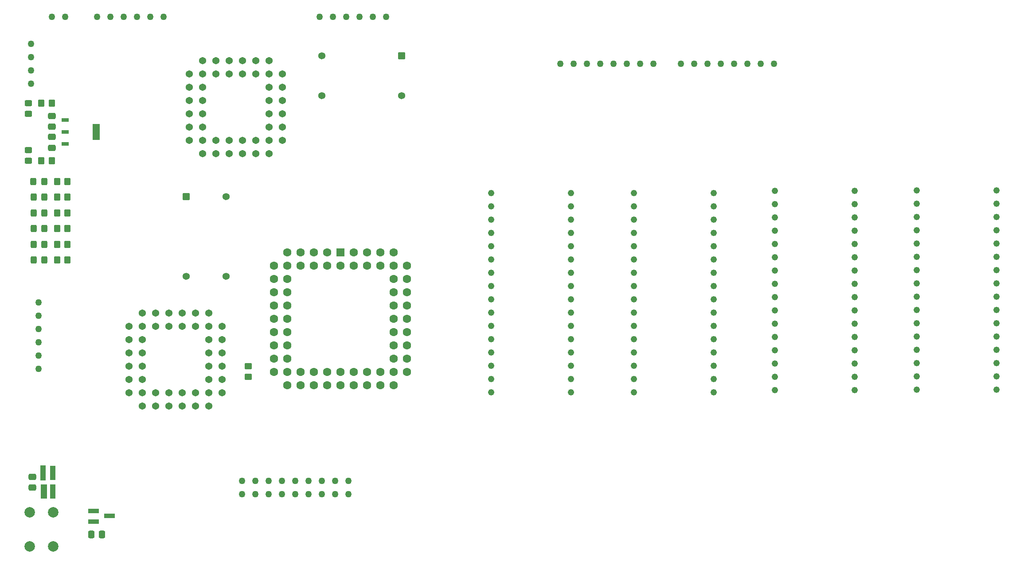
<source format=gbr>
%TF.GenerationSoftware,KiCad,Pcbnew,(6.0.0)*%
%TF.CreationDate,2024-02-18T00:07:20-06:00*%
%TF.ProjectId,MCD,4d43442e-6b69-4636-9164-5f7063625858,rev?*%
%TF.SameCoordinates,Original*%
%TF.FileFunction,Soldermask,Top*%
%TF.FilePolarity,Negative*%
%FSLAX46Y46*%
G04 Gerber Fmt 4.6, Leading zero omitted, Abs format (unit mm)*
G04 Created by KiCad (PCBNEW (6.0.0)) date 2024-02-18 00:07:20*
%MOMM*%
%LPD*%
G01*
G04 APERTURE LIST*
G04 Aperture macros list*
%AMRoundRect*
0 Rectangle with rounded corners*
0 $1 Rounding radius*
0 $2 $3 $4 $5 $6 $7 $8 $9 X,Y pos of 4 corners*
0 Add a 4 corners polygon primitive as box body*
4,1,4,$2,$3,$4,$5,$6,$7,$8,$9,$2,$3,0*
0 Add four circle primitives for the rounded corners*
1,1,$1+$1,$2,$3*
1,1,$1+$1,$4,$5*
1,1,$1+$1,$6,$7*
1,1,$1+$1,$8,$9*
0 Add four rect primitives between the rounded corners*
20,1,$1+$1,$2,$3,$4,$5,0*
20,1,$1+$1,$4,$5,$6,$7,0*
20,1,$1+$1,$6,$7,$8,$9,0*
20,1,$1+$1,$8,$9,$2,$3,0*%
%AMOutline4P*
0 Free polygon, 4 corners , with rotation*
0 The origin of the aperture is its center*
0 number of corners: always 4*
0 $1 to $8 corner X, Y*
0 $9 Rotation angle, in degrees counterclockwise*
0 create outline with 4 corners*
4,1,4,$1,$2,$3,$4,$5,$6,$7,$8,$1,$2,$9*%
G04 Aperture macros list end*
%ADD10C,1.270000*%
%ADD11R,2.032000X0.878794*%
%ADD12R,2.032000X0.878796*%
%ADD13R,2.032000X0.965200*%
%ADD14RoundRect,0.250000X-0.325000X-0.450000X0.325000X-0.450000X0.325000X0.450000X-0.325000X0.450000X0*%
%ADD15C,1.244600*%
%ADD16RoundRect,0.250000X0.350000X0.450000X-0.350000X0.450000X-0.350000X-0.450000X0.350000X-0.450000X0*%
%ADD17RoundRect,0.250000X0.450000X-0.325000X0.450000X0.325000X-0.450000X0.325000X-0.450000X-0.325000X0*%
%ADD18R,1.200000X2.800000*%
%ADD19R,1.000000X2.800000*%
%ADD20Outline4P,-0.500000X-1.400000X0.500000X-1.400000X0.500000X1.400000X-0.500000X1.400000X0.000000*%
%ADD21C,2.000000*%
%ADD22R,1.456400X0.800000*%
%ADD23R,1.456400X3.099999*%
%ADD24C,1.371600*%
%ADD25RoundRect,0.250000X0.475000X-0.337500X0.475000X0.337500X-0.475000X0.337500X-0.475000X-0.337500X0*%
%ADD26RoundRect,0.102000X0.579000X0.579000X-0.579000X0.579000X-0.579000X-0.579000X0.579000X-0.579000X0*%
%ADD27C,1.362000*%
%ADD28RoundRect,0.250000X0.450000X-0.350000X0.450000X0.350000X-0.450000X0.350000X-0.450000X-0.350000X0*%
%ADD29RoundRect,0.250000X-0.475000X0.337500X-0.475000X-0.337500X0.475000X-0.337500X0.475000X0.337500X0*%
%ADD30RoundRect,0.102000X-0.579000X0.579000X-0.579000X-0.579000X0.579000X-0.579000X0.579000X0.579000X0*%
%ADD31RoundRect,0.250000X-0.337500X-0.475000X0.337500X-0.475000X0.337500X0.475000X-0.337500X0.475000X0*%
%ADD32RoundRect,0.250000X-0.450000X0.325000X-0.450000X-0.325000X0.450000X-0.325000X0.450000X0.325000X0*%
%ADD33RoundRect,0.102000X-0.700000X-0.700000X0.700000X-0.700000X0.700000X0.700000X-0.700000X0.700000X0*%
%ADD34C,1.604000*%
G04 APERTURE END LIST*
D10*
%TO.C,J8*%
X130850000Y-75500000D03*
X128310000Y-75500000D03*
X125770000Y-75500000D03*
X123230000Y-75500000D03*
X120690000Y-75500000D03*
X118150000Y-75500000D03*
%TD*%
D11*
%TO.C,U10*%
X117425200Y-169984000D03*
D12*
X117425200Y-172016000D03*
D13*
X120524000Y-170949200D03*
%TD*%
D14*
%TO.C,D5*%
X106000000Y-116000000D03*
X108050000Y-116000000D03*
%TD*%
D15*
%TO.C,U4*%
X208650000Y-147300000D03*
X208650000Y-144760000D03*
X208650000Y-142220000D03*
X208650000Y-139680000D03*
X208650000Y-137140000D03*
X208650000Y-134600000D03*
X208650000Y-132060000D03*
X208650000Y-129520000D03*
X208650000Y-126980000D03*
X208650000Y-124440000D03*
X208650000Y-121900000D03*
X208650000Y-119360000D03*
X208650000Y-116820000D03*
X208650000Y-114280000D03*
X208650000Y-111740000D03*
X208650000Y-109200000D03*
X193410000Y-109200000D03*
X193410000Y-111740000D03*
X193410000Y-114280000D03*
X193410000Y-116820000D03*
X193410000Y-119360000D03*
X193410000Y-121900000D03*
X193410000Y-124440000D03*
X193410000Y-126980000D03*
X193410000Y-129520000D03*
X193410000Y-132060000D03*
X193410000Y-134600000D03*
X193410000Y-137140000D03*
X193410000Y-139680000D03*
X193410000Y-142220000D03*
X193410000Y-144760000D03*
X193410000Y-147300000D03*
%TD*%
D16*
%TO.C,R21*%
X112500000Y-119000000D03*
X110500000Y-119000000D03*
%TD*%
D17*
%TO.C,D1*%
X105000000Y-94025000D03*
X105000000Y-91975000D03*
%TD*%
D10*
%TO.C,J4*%
X105500000Y-80690000D03*
X105500000Y-83230000D03*
X105500000Y-85770000D03*
X105500000Y-88310000D03*
%TD*%
D18*
%TO.C,U8*%
X107980000Y-166300000D03*
D19*
X109700000Y-166300000D03*
X109700000Y-162700000D03*
D20*
X107800000Y-162700000D03*
%TD*%
D15*
%TO.C,U3*%
X289890000Y-146800000D03*
X289890000Y-144260000D03*
X289890000Y-141720000D03*
X289890000Y-139180000D03*
X289890000Y-136640000D03*
X289890000Y-134100000D03*
X289890000Y-131560000D03*
X289890000Y-129020000D03*
X289890000Y-126480000D03*
X289890000Y-123940000D03*
X289890000Y-121400000D03*
X289890000Y-118860000D03*
X289890000Y-116320000D03*
X289890000Y-113780000D03*
X289890000Y-111240000D03*
X289890000Y-108700000D03*
X274650000Y-108700000D03*
X274650000Y-111240000D03*
X274650000Y-113780000D03*
X274650000Y-116320000D03*
X274650000Y-118860000D03*
X274650000Y-121400000D03*
X274650000Y-123940000D03*
X274650000Y-126480000D03*
X274650000Y-129020000D03*
X274650000Y-131560000D03*
X274650000Y-134100000D03*
X274650000Y-136640000D03*
X274650000Y-139180000D03*
X274650000Y-141720000D03*
X274650000Y-144260000D03*
X274650000Y-146800000D03*
%TD*%
D21*
%TO.C,SW1*%
X105250000Y-170250000D03*
X105250000Y-176750000D03*
X109750000Y-176750000D03*
X109750000Y-170250000D03*
%TD*%
D10*
%TO.C,J5*%
X107000000Y-142850000D03*
X107000000Y-140310000D03*
X107000000Y-137770000D03*
X107000000Y-135230000D03*
X107000000Y-132690000D03*
X107000000Y-130150000D03*
%TD*%
D15*
%TO.C,U5*%
X262820000Y-146840000D03*
X262820000Y-144300000D03*
X262820000Y-141760000D03*
X262820000Y-139220000D03*
X262820000Y-136680000D03*
X262820000Y-134140000D03*
X262820000Y-131600000D03*
X262820000Y-129060000D03*
X262820000Y-126520000D03*
X262820000Y-123980000D03*
X262820000Y-121440000D03*
X262820000Y-118900000D03*
X262820000Y-116360000D03*
X262820000Y-113820000D03*
X262820000Y-111280000D03*
X262820000Y-108740000D03*
X247580000Y-108740000D03*
X247580000Y-111280000D03*
X247580000Y-113820000D03*
X247580000Y-116360000D03*
X247580000Y-118900000D03*
X247580000Y-121440000D03*
X247580000Y-123980000D03*
X247580000Y-126520000D03*
X247580000Y-129060000D03*
X247580000Y-131600000D03*
X247580000Y-134140000D03*
X247580000Y-136680000D03*
X247580000Y-139220000D03*
X247580000Y-141760000D03*
X247580000Y-144300000D03*
X247580000Y-146840000D03*
%TD*%
%TO.C,U2*%
X235890000Y-147300000D03*
X235890000Y-144760000D03*
X235890000Y-142220000D03*
X235890000Y-139680000D03*
X235890000Y-137140000D03*
X235890000Y-134600000D03*
X235890000Y-132060000D03*
X235890000Y-129520000D03*
X235890000Y-126980000D03*
X235890000Y-124440000D03*
X235890000Y-121900000D03*
X235890000Y-119360000D03*
X235890000Y-116820000D03*
X235890000Y-114280000D03*
X235890000Y-111740000D03*
X235890000Y-109200000D03*
X220650000Y-109200000D03*
X220650000Y-111740000D03*
X220650000Y-114280000D03*
X220650000Y-116820000D03*
X220650000Y-119360000D03*
X220650000Y-121900000D03*
X220650000Y-124440000D03*
X220650000Y-126980000D03*
X220650000Y-129520000D03*
X220650000Y-132060000D03*
X220650000Y-134600000D03*
X220650000Y-137140000D03*
X220650000Y-139680000D03*
X220650000Y-142220000D03*
X220650000Y-144760000D03*
X220650000Y-147300000D03*
%TD*%
D14*
%TO.C,D4*%
X106000000Y-113000000D03*
X108050000Y-113000000D03*
%TD*%
D16*
%TO.C,R23*%
X109500000Y-103000000D03*
X107500000Y-103000000D03*
%TD*%
D22*
%TO.C,U7*%
X112025800Y-95200000D03*
X112025800Y-97500000D03*
X112025800Y-99800000D03*
D23*
X117974200Y-97500000D03*
%TD*%
D24*
%TO.C,U6*%
X145920000Y-86450000D03*
X143380000Y-83910000D03*
X143380000Y-86450000D03*
X140840000Y-83910000D03*
X140840000Y-86450000D03*
X138300000Y-83910000D03*
X135760000Y-86450000D03*
X138300000Y-86450000D03*
X135760000Y-88990000D03*
X138300000Y-88990000D03*
X135760000Y-91530000D03*
X138300000Y-91530000D03*
X135760000Y-94070000D03*
X138300000Y-94070000D03*
X135760000Y-96610000D03*
X138300000Y-96610000D03*
X135760000Y-99150000D03*
X138300000Y-101690000D03*
X138300000Y-99150000D03*
X140840000Y-101690000D03*
X140840000Y-99150000D03*
X143380000Y-101690000D03*
X143380000Y-99150000D03*
X145920000Y-101690000D03*
X145920000Y-99150000D03*
X148460000Y-101690000D03*
X148460000Y-99150000D03*
X151000000Y-101690000D03*
X153540000Y-99150000D03*
X151000000Y-99150000D03*
X153540000Y-96610000D03*
X151000000Y-96610000D03*
X153540000Y-94070000D03*
X151000000Y-94070000D03*
X153540000Y-91530000D03*
X151000000Y-91530000D03*
X153540000Y-88990000D03*
X151000000Y-88990000D03*
X153540000Y-86450000D03*
X151000000Y-83910000D03*
X151000000Y-86450000D03*
X148460000Y-83910000D03*
X148460000Y-86450000D03*
X145920000Y-83910000D03*
%TD*%
D14*
%TO.C,D7*%
X106000000Y-122000000D03*
X108050000Y-122000000D03*
%TD*%
D10*
%TO.C,J3*%
X145840000Y-166770000D03*
X145840000Y-164230000D03*
X148380000Y-166770000D03*
X148380000Y-164230000D03*
X150920000Y-166770000D03*
X150920000Y-164230000D03*
X153460000Y-166770000D03*
X153460000Y-164230000D03*
X156000000Y-166770000D03*
X156000000Y-164230000D03*
X158540000Y-166770000D03*
X158540000Y-164230000D03*
X161080000Y-166770000D03*
X161080000Y-164230000D03*
X163620000Y-166770000D03*
X163620000Y-164230000D03*
X166160000Y-166770000D03*
X166160000Y-164230000D03*
%TD*%
D25*
%TO.C,C19*%
X109500000Y-100537500D03*
X109500000Y-98462500D03*
%TD*%
D26*
%TO.C,Y1*%
X176270000Y-82990000D03*
D27*
X161030000Y-82990000D03*
X161030000Y-90610000D03*
X176270000Y-90610000D03*
%TD*%
D28*
%TO.C,R2*%
X147000000Y-144300000D03*
X147000000Y-142300000D03*
%TD*%
D14*
%TO.C,D2*%
X105975000Y-107000000D03*
X108025000Y-107000000D03*
%TD*%
D10*
%TO.C,J1*%
X206610000Y-84500000D03*
X209150000Y-84500000D03*
X211690000Y-84500000D03*
X214230000Y-84500000D03*
X216770000Y-84500000D03*
X219310000Y-84500000D03*
X221850000Y-84500000D03*
X224390000Y-84500000D03*
%TD*%
D16*
%TO.C,R22*%
X112500000Y-122000000D03*
X110500000Y-122000000D03*
%TD*%
%TO.C,R18*%
X112500000Y-110000000D03*
X110500000Y-110000000D03*
%TD*%
D29*
%TO.C,C21*%
X105750000Y-163462500D03*
X105750000Y-165537500D03*
%TD*%
D16*
%TO.C,R17*%
X112475000Y-107000000D03*
X110475000Y-107000000D03*
%TD*%
%TO.C,R19*%
X112500000Y-113000000D03*
X110500000Y-113000000D03*
%TD*%
%TO.C,R20*%
X112500000Y-116000000D03*
X110500000Y-116000000D03*
%TD*%
D24*
%TO.C,U1*%
X134355510Y-134650000D03*
X131815510Y-132110000D03*
X131815510Y-134650000D03*
X129275510Y-132110000D03*
X129275510Y-134650000D03*
X126735510Y-132110000D03*
X124195510Y-134650000D03*
X126735510Y-134650000D03*
X124195510Y-137190000D03*
X126735510Y-137190000D03*
X124195510Y-139730000D03*
X126735510Y-139730000D03*
X124195510Y-142270000D03*
X126735510Y-142270000D03*
X124195510Y-144810000D03*
X126735510Y-144810000D03*
X124195510Y-147350000D03*
X126735510Y-149890000D03*
X126735510Y-147350000D03*
X129275510Y-149890000D03*
X129275510Y-147350000D03*
X131815510Y-149890000D03*
X131815510Y-147350000D03*
X134355510Y-149890000D03*
X134355510Y-147350000D03*
X136895510Y-149890000D03*
X136895510Y-147350000D03*
X139435510Y-149890000D03*
X141975510Y-147350000D03*
X139435510Y-147350000D03*
X141975510Y-144810000D03*
X139435510Y-144810000D03*
X141975510Y-142270000D03*
X139435510Y-142270000D03*
X141975510Y-139730000D03*
X139435510Y-139730000D03*
X141975510Y-137190000D03*
X139435510Y-137190000D03*
X141975510Y-134650000D03*
X139435510Y-132110000D03*
X139435510Y-134650000D03*
X136895510Y-132110000D03*
X136895510Y-134650000D03*
X134355510Y-132110000D03*
%TD*%
D30*
%TO.C,Y2*%
X135190000Y-109880000D03*
D27*
X135190000Y-125120000D03*
X142810000Y-125120000D03*
X142810000Y-109880000D03*
%TD*%
D10*
%TO.C,J6*%
X109460000Y-75500000D03*
X112000000Y-75500000D03*
%TD*%
D29*
%TO.C,C18*%
X109500000Y-94462500D03*
X109500000Y-96537500D03*
%TD*%
D10*
%TO.C,J2*%
X229610000Y-84500000D03*
X232150000Y-84500000D03*
X234690000Y-84500000D03*
X237230000Y-84500000D03*
X239770000Y-84500000D03*
X242310000Y-84500000D03*
X244850000Y-84500000D03*
X247390000Y-84500000D03*
%TD*%
D31*
%TO.C,C20*%
X117000000Y-174500000D03*
X119075000Y-174500000D03*
%TD*%
D14*
%TO.C,D3*%
X106000000Y-110000000D03*
X108050000Y-110000000D03*
%TD*%
D32*
%TO.C,D8*%
X105000000Y-100975000D03*
X105000000Y-103025000D03*
%TD*%
D16*
%TO.C,R16*%
X109500000Y-92000000D03*
X107500000Y-92000000D03*
%TD*%
D33*
%TO.C,U9*%
X164650510Y-120560000D03*
D34*
X164650510Y-123100000D03*
X162110510Y-120560000D03*
X162110510Y-123100000D03*
X159570510Y-120560000D03*
X159570510Y-123100000D03*
X157030510Y-120560000D03*
X157030510Y-123100000D03*
X154490510Y-120560000D03*
X151950510Y-123100000D03*
X154490510Y-123100000D03*
X151950510Y-125640000D03*
X154490510Y-125640000D03*
X151950510Y-128180000D03*
X154490510Y-128180000D03*
X151950510Y-130720000D03*
X154490510Y-130720000D03*
X151950510Y-133260000D03*
X154490510Y-133260000D03*
X151950510Y-135800000D03*
X154490510Y-135800000D03*
X151950510Y-138340000D03*
X154490510Y-138340000D03*
X151950510Y-140880000D03*
X154490510Y-140880000D03*
X151950510Y-143420000D03*
X154490510Y-145960000D03*
X154490510Y-143420000D03*
X157030510Y-145960000D03*
X157030510Y-143420000D03*
X159570510Y-145960000D03*
X159570510Y-143420000D03*
X162110510Y-145960000D03*
X162110510Y-143420000D03*
X164650510Y-145960000D03*
X164650510Y-143420000D03*
X167190510Y-145960000D03*
X167190510Y-143420000D03*
X169730510Y-145960000D03*
X169730510Y-143420000D03*
X172270510Y-145960000D03*
X172270510Y-143420000D03*
X174810510Y-145960000D03*
X177350510Y-143420000D03*
X174810510Y-143420000D03*
X177350510Y-140880000D03*
X174810510Y-140880000D03*
X177350510Y-138340000D03*
X174810510Y-138340000D03*
X177350510Y-135800000D03*
X174810510Y-135800000D03*
X177350510Y-133260000D03*
X174810510Y-133260000D03*
X177350510Y-130720000D03*
X174810510Y-130720000D03*
X177350510Y-128180000D03*
X174810510Y-128180000D03*
X177350510Y-125640000D03*
X174810510Y-125640000D03*
X177350510Y-123100000D03*
X174810510Y-120560000D03*
X174810510Y-123100000D03*
X172270510Y-120560000D03*
X172270510Y-123100000D03*
X169730510Y-120560000D03*
X169730510Y-123100000D03*
X167190510Y-120560000D03*
X167190510Y-123100000D03*
%TD*%
D14*
%TO.C,D6*%
X106000000Y-119000000D03*
X108050000Y-119000000D03*
%TD*%
D10*
%TO.C,J7*%
X160650000Y-75500000D03*
X163190000Y-75500000D03*
X165730000Y-75500000D03*
X168270000Y-75500000D03*
X170810000Y-75500000D03*
X173350000Y-75500000D03*
%TD*%
M02*

</source>
